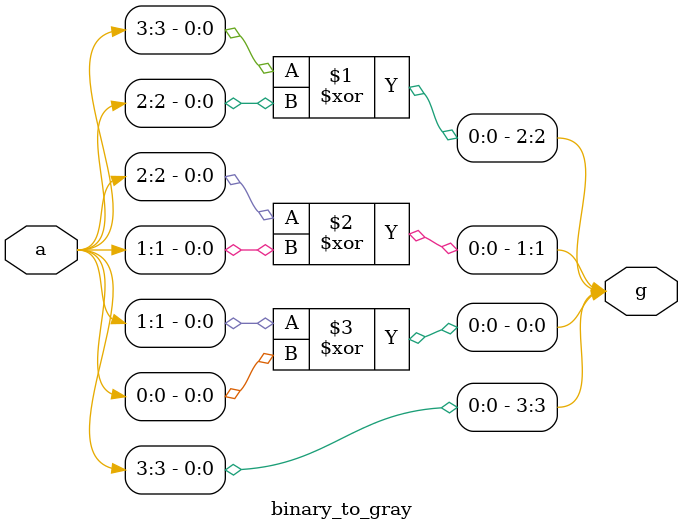
<source format=v>
`timescale 1ns / 1ps

module binary_to_gray(a,g);
input [3:0] a;
output [3:0] g;
    assign g[3]=a[3];
    assign g[2]=a[3]^a[2];  
    assign g[1]=a[2]^a[1];
    assign g[0]=a[1]^a[0];  
endmodule

</source>
